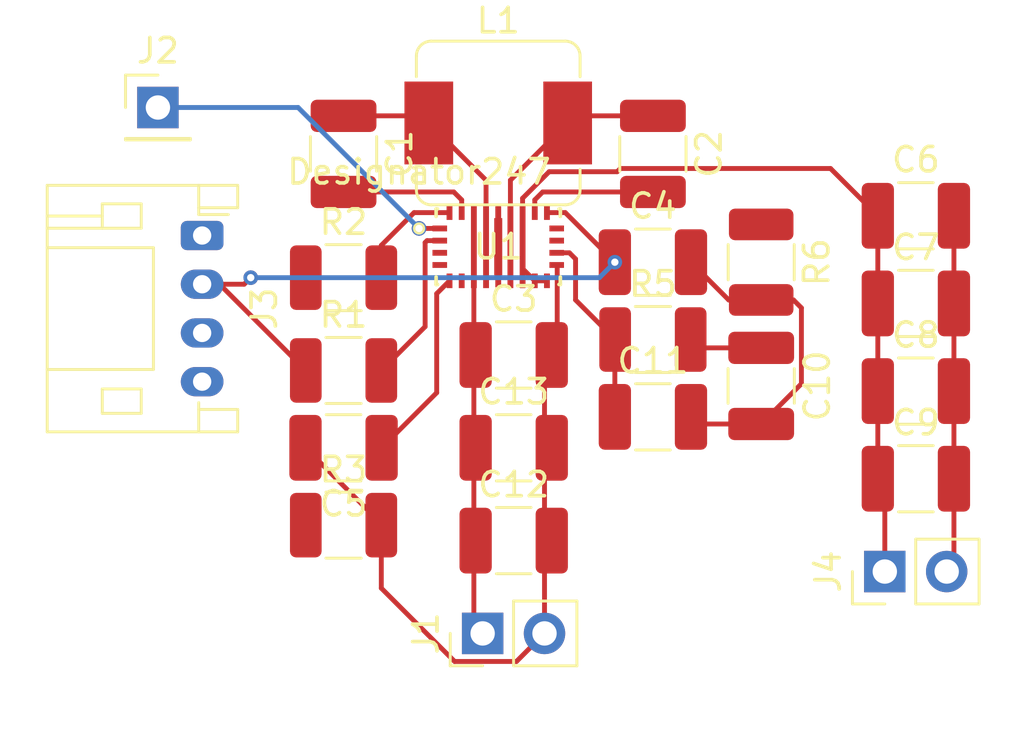
<source format=kicad_pcb>
(kicad_pcb (version 20241229) (generator "pcbnew") (generator_version "9.0")
  (layers (0 "F.Cu" signal) (2 "B.Cu" signal) (13 "F.Paste" user) (15 "B.Paste" user) (5 "F.SilkS" user "F.Silkscreen") (7 "B.SilkS" user "B.Silkscreen") (1 "F.Mask" user) (3 "B.Mask" user) (25 "Edge.Cuts" user))
  (net 0 "")
  (net 1 "/SW1")
  (net 2 "Net-(U1-BOOT1)")
  (net 3 "Net-(U1-BOOT2)")
  (net 4 "/SW2")
  (net 5 "+12V")
  (net 6 "GND")
  (net 7 "+3.3V")
  (net 8 "Net-(U1-DITH_SYNC)")
  (net 9 "/VOUT")
  (net 10 "Net-(C10-Pad1)")
  (net 11 "Net-(U1-COMP)")
  (net 12 "/EN")
  (net 13 "/SDA")
  (net 14 "/SCL")
  (net 15 "Net-(U1-MODE)")
  (net 16 "Net-(U1-EXTVCC)")
  (net 17 "Net-(U1-FSW)")
  (net 18 "Net-(U1-CDC)")
  (footprint "Capacitor_SMD:C_1210_3225Metric_Pad1.33x2.70mm_HandSolder" (layer "F.Cu") (at 154.94 78.105)
    (property "Reference" "C4" (at 0 -2.3 0) (layer "F.SilkS"))
    (property "Value" "22uF")
    (fp_line (start -0.711252 -1.36) (end 0.711252 -1.36) (stroke (width 0.12)) (layer "F.SilkS"))
    (fp_line (start -0.711252 1.36) (end 0.711252 1.36) (stroke (width 0.12)) (layer "F.SilkS"))
    (pad "1" smd roundrect (at -1.5625 0) (size 1.325 2.7) (layers "F.Cu" "F.Mask" "F.Paste") (roundrect_rratio 0.188679) (net 7 "+3.3V"))
    (pad "2" smd roundrect (at 1.5625 0) (size 1.325 2.7) (layers "F.Cu" "F.Mask" "F.Paste") (roundrect_rratio 0.188679) (net 6 "GND"))
  )
  (footprint "Capacitor_SMD:C_1210_3225Metric_Pad1.33x2.70mm_HandSolder" (layer "F.Cu") (at 142.24 85.725 180)
    (property "Reference" "C5" (at 0 -2.3 0) (layer "F.SilkS"))
    (property "Value" "22uF")
    (fp_line (start -0.711252 1.36) (end 0.711252 1.36) (stroke (width 0.12)) (layer "F.SilkS"))
    (fp_line (start -0.711252 -1.36) (end 0.711252 -1.36) (stroke (width 0.12)) (layer "F.SilkS"))
    (pad "1" smd roundrect (at -1.5625 0 180) (size 1.325 2.7) (layers "F.Cu" "F.Mask" "F.Paste") (roundrect_rratio 0.188679) (net 8 "Net-(U1-DITH_SYNC)"))
    (pad "2" smd roundrect (at 1.5625 0 180) (size 1.325 2.7) (layers "F.Cu" "F.Mask" "F.Paste") (roundrect_rratio 0.188679) (net 6 "GND"))
  )
  (footprint "Capacitor_SMD:C_1210_3225Metric_Pad1.33x2.70mm_HandSolder" (layer "F.Cu") (at 165.735 79.798333)
    (property "Reference" "C7" (at 0 -2.3 0) (layer "F.SilkS"))
    (property "Value" "22uF X7R")
    (fp_line (start -0.711252 -1.36) (end 0.711252 -1.36) (stroke (width 0.12)) (layer "F.SilkS"))
    (fp_line (start -0.711252 1.36) (end 0.711252 1.36) (stroke (width 0.12)) (layer "F.SilkS"))
    (pad "1" smd roundrect (at -1.5625 0) (size 1.325 2.7) (layers "F.Cu" "F.Mask" "F.Paste") (roundrect_rratio 0.188679) (net 9 "/VOUT"))
    (pad "2" smd roundrect (at 1.5625 0) (size 1.325 2.7) (layers "F.Cu" "F.Mask" "F.Paste") (roundrect_rratio 0.188679) (net 6 "GND"))
  )
  (footprint "Resistor_SMD:R_1210_3225Metric_Pad1.30x2.65mm_HandSolder" (layer "F.Cu") (at 142.24 88.9)
    (property "Reference" "R3" (at 0 -2.28 0) (layer "F.SilkS"))
    (property "Value" "4.7k")
    (fp_line (start -0.723737 -1.355) (end 0.723737 -1.355) (stroke (width 0.12)) (layer "F.SilkS"))
    (fp_line (start -0.723737 1.355) (end 0.723737 1.355) (stroke (width 0.12)) (layer "F.SilkS"))
    (pad "1" smd roundrect (at -1.55 0) (size 1.3 2.65) (layers "F.Cu" "F.Mask" "F.Paste") (roundrect_rratio 0.192308) (net 17 "Net-(U1-FSW)"))
    (pad "2" smd roundrect (at 1.55 0) (size 1.3 2.65) (layers "F.Cu" "F.Mask" "F.Paste") (roundrect_rratio 0.192308) (net 6 "GND"))
  )
  (footprint "Capacitor_SMD:C_1210_3225Metric_Pad1.33x2.70mm_HandSolder" (layer "F.Cu") (at 159.385 83.185 -90)
    (property "Reference" "C10" (at 0 -2.3 90) (layer "F.SilkS"))
    (property "Value" "22uF")
    (fp_line (start -0.711252 1.36) (end 0.711252 1.36) (stroke (width 0.12)) (layer "F.SilkS"))
    (fp_line (start -0.711252 -1.36) (end 0.711252 -1.36) (stroke (width 0.12)) (layer "F.SilkS"))
    (pad "1" smd roundrect (at -1.5625 0 270) (size 1.325 2.7) (layers "F.Cu" "F.Mask" "F.Paste") (roundrect_rratio 0.188679) (net 10 "Net-(C10-Pad1)"))
    (pad "2" smd roundrect (at 1.5625 0 270) (size 1.325 2.7) (layers "F.Cu" "F.Mask" "F.Paste") (roundrect_rratio 0.188679) (net 6 "GND"))
  )
  (footprint "Connector_PinHeader_2.54mm:PinHeader_1x02_P2.54mm_Vertical" (layer "F.Cu") (at 147.95 93.345 90)
    (property "Reference" "J1" (at 0 -2.33 90) (layer "F.SilkS"))
    (property "Value" "Conn_01x02")
    (fp_line (start -1.33 -1.33) (end 0 -1.33) (stroke (width 0.12)) (layer "F.SilkS"))
    (fp_line (start -1.33 0) (end -1.33 -1.33) (stroke (width 0.12)) (layer "F.SilkS"))
    (fp_line (start 1.33 1.27) (end 1.33 3.87) (stroke (width 0.12)) (layer "F.SilkS"))
    (fp_line (start -1.33 1.27) (end 1.33 1.27) (stroke (width 0.12)) (layer "F.SilkS"))
    (fp_line (start -1.33 1.27) (end -1.33 3.87) (stroke (width 0.12)) (layer "F.SilkS"))
    (fp_line (start -1.33 3.87) (end 1.33 3.87) (stroke (width 0.12)) (layer "F.SilkS"))
    (pad "1" thru_hole rect (at 0 0 90) (size 1.7 1.7) (drill 1) (layers "*.Cu" "*.Mask") (net 5 "+12V"))
    (pad "2" thru_hole oval (at 0 2.54 90) (size 1.7 1.7) (drill 1) (layers "*.Cu" "*.Mask") (net 6 "GND"))
  )
  (footprint "Resistor_SMD:R_1210_3225Metric_Pad1.30x2.65mm_HandSolder" (layer "F.Cu") (at 142.24 82.55)
    (property "Reference" "R1" (at 0 -2.28 0) (layer "F.SilkS"))
    (property "Value" "4.7k")
    (fp_line (start -0.723737 -1.355) (end 0.723737 -1.355) (stroke (width 0.12)) (layer "F.SilkS"))
    (fp_line (start -0.723737 1.355) (end 0.723737 1.355) (stroke (width 0.12)) (layer "F.SilkS"))
    (pad "1" smd roundrect (at -1.55 0) (size 1.3 2.65) (layers "F.Cu" "F.Mask" "F.Paste") (roundrect_rratio 0.192308) (net 7 "+3.3V"))
    (pad "2" smd roundrect (at 1.55 0) (size 1.3 2.65) (layers "F.Cu" "F.Mask" "F.Paste") (roundrect_rratio 0.192308) (net 15 "Net-(U1-MODE)"))
  )
  (footprint "Connector_PinHeader_2.54mm:PinHeader_1x02_P2.54mm_Vertical" (layer "F.Cu") (at 164.46 90.805 90)
    (property "Reference" "J4" (at 0 -2.33 90) (layer "F.SilkS"))
    (property "Value" "Conn_01x02")
    (fp_line (start -1.33 -1.33) (end 0 -1.33) (stroke (width 0.12)) (layer "F.SilkS"))
    (fp_line (start -1.33 0) (end -1.33 -1.33) (stroke (width 0.12)) (layer "F.SilkS"))
    (fp_line (start 1.33 1.27) (end 1.33 3.87) (stroke (width 0.12)) (layer "F.SilkS"))
    (fp_line (start -1.33 1.27) (end 1.33 1.27) (stroke (width 0.12)) (layer "F.SilkS"))
    (fp_line (start -1.33 1.27) (end -1.33 3.87) (stroke (width 0.12)) (layer "F.SilkS"))
    (fp_line (start -1.33 3.87) (end 1.33 3.87) (stroke (width 0.12)) (layer "F.SilkS"))
    (pad "1" thru_hole rect (at 0 0 90) (size 1.7 1.7) (drill 1) (layers "*.Cu" "*.Mask") (net 9 "/VOUT"))
    (pad "2" thru_hole oval (at 0 2.54 90) (size 1.7 1.7) (drill 1) (layers "*.Cu" "*.Mask") (net 6 "GND"))
  )
  (footprint "Capacitor_SMD:C_1210_3225Metric_Pad1.33x2.70mm_HandSolder" (layer "F.Cu") (at 154.94 84.455)
    (property "Reference" "C11" (at 0 -2.3 0) (layer "F.SilkS"))
    (property "Value" "22uF")
    (fp_line (start -0.711252 -1.36) (end 0.711252 -1.36) (stroke (width 0.12)) (layer "F.SilkS"))
    (fp_line (start -0.711252 1.36) (end 0.711252 1.36) (stroke (width 0.12)) (layer "F.SilkS"))
    (pad "1" smd roundrect (at -1.5625 0) (size 1.325 2.7) (layers "F.Cu" "F.Mask" "F.Paste") (roundrect_rratio 0.188679) (net 11 "Net-(U1-COMP)"))
    (pad "2" smd roundrect (at 1.5625 0) (size 1.325 2.7) (layers "F.Cu" "F.Mask" "F.Paste") (roundrect_rratio 0.188679) (net 6 "GND"))
  )
  (footprint "TPS55289:RYQ0021A-MFG" (layer "F.Cu") (at 148.59 77.47)
    (property "Reference" "U1" (at 0 0 0) (layer "F.SilkS"))
    (property "Value" "TPS55289RYQR")
    (fp_poly (pts (xy -0.165001 1.174999) (xy -0.165001 -1.174999) (xy -0.12 -1.174999) (xy -0.12 -1.649999) (xy -0.07 -1.699999) (xy 0.07 -1.699999) (xy 0.12 -1.649999) (xy 0.12 -1.174999) (xy 0.165001 -1.174999) (xy 0.165001 1.174999) (xy 0.12 1.174999) (xy 0.12 1.649999) (xy 0.07 1.699999) (xy -0.07 1.699999) (xy -0.12 1.649999) (xy -0.12 1.174999)) (fill yes) (layer "F.Cu"))
    (fp_line (start -2.55 -1.549999) (end -2.494999 -1.549999) (stroke (width 0.15)) (layer "F.SilkS"))
    (fp_line (start -2.55 -1.244999) (end -2.55 -1.549999) (stroke (width 0.15)) (layer "F.SilkS"))
    (fp_line (start -2.55 1.549999) (end -2.55 1.244999) (stroke (width 0.15)) (layer "F.SilkS"))
    (fp_line (start -2.55 1.549999) (end -2.494999 1.549999) (stroke (width 0.15)) (layer "F.SilkS"))
    (fp_line (start 2.494999 -1.549999) (end 2.55 -1.549999) (stroke (width 0.15)) (layer "F.SilkS"))
    (fp_line (start 2.494999 1.549999) (end 2.55 1.549999) (stroke (width 0.15)) (layer "F.SilkS"))
    (fp_line (start 2.55 -1.244999) (end 2.55 -1.549999) (stroke (width 0.15)) (layer "F.SilkS"))
    (fp_line (start 2.55 1.549999) (end 2.55 1.244999) (stroke (width 0.15)) (layer "F.SilkS"))
    (fp_circle (center -3.250001 -0.750001) (end -3.125 -0.750001) (stroke (width 0.25)) (fill no) (layer "F.SilkS"))
    (fp_text user "Designator247" (at -3.251195 -3.07341 0) (layer "F.SilkS"))
    (pad "1" smd rect (at -2.4 -0.750001 90) (size 0.24 0.599999) (layers "F.Cu" "F.Mask" "F.Paste") (net 12 "/EN"))
    (pad "2" smd rect (at -2.4 -0.25 90) (size 0.24 0.599999) (layers "F.Cu" "F.Mask" "F.Paste") (net 15 "Net-(U1-MODE)"))
    (pad "3" smd rect (at -2.4 0.25 90) (size 0.24 0.599999) (layers "F.Cu" "F.Mask" "F.Paste") (net 14 "/SCL"))
    (pad "4" smd rect (at -2.4 0.750001 90) (size 0.24 0.599999) (layers "F.Cu" "F.Mask" "F.Paste") (net 13 "/SDA"))
    (pad "5" smd rect (at -2.000001 1.4) (size 0.24 0.599999) (layers "F.Cu" "F.Mask" "F.Paste") (net 8 "Net-(U1-DITH_SYNC)"))
    (pad "6" smd rect (at -1.5 1.4) (size 0.24 0.599999) (layers "F.Cu" "F.Mask" "F.Paste") (net 17 "Net-(U1-FSW)"))
    (pad "7" smd rect (at -1.000001 0) (size 0.24 3.400001) (layers "F.Cu" "F.Mask") (net 5 "+12V"))
    (pad "8" smd rect (at -0.499999 0) (size 0.24 3.400001) (layers "F.Cu" "F.Mask") (net 1 "/SW1"))
    (pad "9" smd circle (at 0 0) (size 0.297 0.297) (layers "F.Cu" "F.Mask") (net 6 "GND"))
    (pad "10" smd rect (at 0.499999 0) (size 0.24 3.400001) (layers "F.Cu" "F.Mask") (net 4 "/SW2"))
    (pad "11" smd rect (at 1.000001 0) (size 0.24 3.400001) (layers "F.Cu" "F.Mask") (net 9 "/VOUT"))
    (pad "12" smd rect (at 1.5 1.4) (size 0.24 0.599999) (layers "F.Cu" "F.Mask" "F.Paste") (net 9 "/VOUT"))
    (pad "13" smd rect (at 2.000001 1.4) (size 0.24 0.599999) (layers "F.Cu" "F.Mask" "F.Paste") (net 9 "/VOUT"))
    (pad "14" smd rect (at 2.4 0.750001 90) (size 0.24 0.599999) (layers "F.Cu" "F.Mask" "F.Paste") (net 6 "GND"))
    (pad "15" smd rect (at 2.4 0.25 90) (size 0.24 0.599999) (layers "F.Cu" "F.Mask" "F.Paste") (net 11 "Net-(U1-COMP)"))
    (pad "16" smd rect (at 2.4 -0.25 90) (size 0.24 0.599999) (layers "F.Cu" "F.Mask" "F.Paste") (net 18 "Net-(U1-CDC)"))
    (pad "17" smd rect (at 2.4 -0.750001 90) (size 0.24 0.599999) (layers "F.Cu" "F.Mask" "F.Paste") (net 6 "GND"))
    (pad "18" smd rect (at 2.000001 -1.4) (size 0.24 0.599999) (layers "F.Cu" "F.Mask" "F.Paste") (net 7 "+3.3V"))
    (pad "19" smd rect (at 1.5 -1.4) (size 0.24 0.599999) (layers "F.Cu" "F.Mask" "F.Paste") (net 3 "Net-(U1-BOOT2)"))
    (pad "20" smd rect (at -1.5 -1.4) (size 0.24 0.599999) (layers "F.Cu" "F.Mask" "F.Paste") (net 2 "Net-(U1-BOOT1)"))
    (pad "21" smd rect (at -2.000001 -1.4) (size 0.24 0.599999) (layers "F.Cu" "F.Mask" "F.Paste") (net 16 "Net-(U1-EXTVCC)"))
  )
  (footprint "Capacitor_SMD:C_1210_3225Metric_Pad1.33x2.70mm_HandSolder" (layer "F.Cu") (at 165.735 83.396667)
    (property "Reference" "C8" (at 0 -2.3 0) (layer "F.SilkS"))
    (property "Value" "22uF X7R")
    (fp_line (start -0.711252 -1.36) (end 0.711252 -1.36) (stroke (width 0.12)) (layer "F.SilkS"))
    (fp_line (start -0.711252 1.36) (end 0.711252 1.36) (stroke (width 0.12)) (layer "F.SilkS"))
    (pad "1" smd roundrect (at -1.5625 0) (size 1.325 2.7) (layers "F.Cu" "F.Mask" "F.Paste") (roundrect_rratio 0.188679) (net 9 "/VOUT"))
    (pad "2" smd roundrect (at 1.5625 0) (size 1.325 2.7) (layers "F.Cu" "F.Mask" "F.Paste") (roundrect_rratio 0.188679) (net 6 "GND"))
  )
  (footprint "Resistor_SMD:R_1210_3225Metric_Pad1.30x2.65mm_HandSolder" (layer "F.Cu") (at 142.24 78.74)
    (property "Reference" "R2" (at 0 -2.28 0) (layer "F.SilkS"))
    (property "Value" "4.7k")
    (fp_line (start -0.723737 -1.355) (end 0.723737 -1.355) (stroke (width 0.12)) (layer "F.SilkS"))
    (fp_line (start -0.723737 1.355) (end 0.723737 1.355) (stroke (width 0.12)) (layer "F.SilkS"))
    (pad "1" smd roundrect (at -1.55 0) (size 1.3 2.65) (layers "F.Cu" "F.Mask" "F.Paste") (roundrect_rratio 0.192308) (net 6 "GND"))
    (pad "2" smd roundrect (at 1.55 0) (size 1.3 2.65) (layers "F.Cu" "F.Mask" "F.Paste") (roundrect_rratio 0.192308) (net 16 "Net-(U1-EXTVCC)"))
  )
  (footprint "Capacitor_SMD:C_1210_3225Metric_Pad1.33x2.70mm_HandSolder" (layer "F.Cu") (at 149.225 81.915)
    (property "Reference" "C3" (at 0 -2.3 0) (layer "F.SilkS"))
    (property "Value" "22uF X7R")
    (fp_line (start -0.711252 -1.36) (end 0.711252 -1.36) (stroke (width 0.12)) (layer "F.SilkS"))
    (fp_line (start -0.711252 1.36) (end 0.711252 1.36) (stroke (width 0.12)) (layer "F.SilkS"))
    (pad "1" smd roundrect (at -1.5625 0) (size 1.325 2.7) (layers "F.Cu" "F.Mask" "F.Paste") (roundrect_rratio 0.188679) (net 5 "+12V"))
    (pad "2" smd roundrect (at 1.5625 0) (size 1.325 2.7) (layers "F.Cu" "F.Mask" "F.Paste") (roundrect_rratio 0.188679) (net 6 "GND"))
  )
  (footprint "Inductor_SMD:L_Sumida_CDMC6D28_7.25x6.5mm" (layer "F.Cu") (at 148.59 72.39)
    (property "Reference" "L1" (at 0 -4.2 0) (layer "F.SilkS"))
    (property "Value" "3.3uH")
    (fp_line (start -3.36 -1.9) (end -3.36 -2.75) (stroke (width 0.12)) (layer "F.SilkS"))
    (fp_line (start -3.36 2.75) (end -3.36 1.9) (stroke (width 0.12)) (layer "F.SilkS"))
    (fp_line (start -2.75 -3.36) (end 2.75 -3.36) (stroke (width 0.12)) (layer "F.SilkS"))
    (fp_line (start 2.75 3.36) (end -2.75 3.36) (stroke (width 0.12)) (layer "F.SilkS"))
    (fp_line (start 3.36 -2.75) (end 3.36 -1.9) (stroke (width 0.12)) (layer "F.SilkS"))
    (fp_line (start 3.36 1.9) (end 3.36 2.75) (stroke (width 0.12)) (layer "F.SilkS"))
    (fp_arc (start -3.36 -2.75) (mid -3.181335 -3.181335) (end -2.75 -3.36) (stroke (width 0.12)) (layer "F.SilkS"))
    (fp_arc (start -2.75 3.36) (mid -3.181335 3.181335) (end -3.36 2.75) (stroke (width 0.12)) (layer "F.SilkS"))
    (fp_arc (start 2.75 -3.36) (mid 3.181335 -3.181335) (end 3.36 -2.75) (stroke (width 0.12)) (layer "F.SilkS"))
    (fp_arc (start 3.36 2.75) (mid 3.181335 3.181335) (end 2.75 3.36) (stroke (width 0.12)) (layer "F.SilkS"))
    (pad "1" smd rect (at -2.85 0) (size 2 3.4) (layers "F.Cu" "F.Mask" "F.Paste") (net 1 "/SW1"))
    (pad "2" smd rect (at 2.85 0) (size 2 3.4) (layers "F.Cu" "F.Mask" "F.Paste") (net 4 "/SW2"))
  )
  (footprint "Connector_PinHeader_2.54mm:PinHeader_1x01_P2.54mm_Vertical" (layer "F.Cu") (at 134.62 71.755)
    (property "Reference" "J2" (at 0 -2.33 0) (layer "F.SilkS"))
    (property "Value" "Conn_01x01")
    (fp_line (start -1.33 -1.33) (end 0 -1.33) (stroke (width 0.12)) (layer "F.SilkS"))
    (fp_line (start -1.33 0) (end -1.33 -1.33) (stroke (width 0.12)) (layer "F.SilkS"))
    (fp_line (start -1.33 1.27) (end -1.33 1.33) (stroke (width 0.12)) (layer "F.SilkS"))
    (fp_line (start -1.33 1.27) (end 1.33 1.27) (stroke (width 0.12)) (layer "F.SilkS"))
    (fp_line (start -1.33 1.33) (end 1.33 1.33) (stroke (width 0.12)) (layer "F.SilkS"))
    (fp_line (start 1.33 1.27) (end 1.33 1.33) (stroke (width 0.12)) (layer "F.SilkS"))
    (pad "1" thru_hole rect (at 0 0) (size 1.7 1.7) (drill 1) (layers "*.Cu" "*.Mask") (net 12 "/EN"))
  )
  (footprint "Capacitor_SMD:C_1210_3225Metric_Pad1.33x2.70mm_HandSolder" (layer "F.Cu") (at 142.24 73.66 -90)
    (property "Reference" "C1" (at 0 -2.3 90) (layer "F.SilkS"))
    (property "Value" "22uF")
    (fp_line (start -0.711252 1.36) (end 0.711252 1.36) (stroke (width 0.12)) (layer "F.SilkS"))
    (fp_line (start -0.711252 -1.36) (end 0.711252 -1.36) (stroke (width 0.12)) (layer "F.SilkS"))
    (pad "1" smd roundrect (at -1.5625 0 270) (size 1.325 2.7) (layers "F.Cu" "F.Mask" "F.Paste") (roundrect_rratio 0.188679) (net 1 "/SW1"))
    (pad "2" smd roundrect (at 1.5625 0 270) (size 1.325 2.7) (layers "F.Cu" "F.Mask" "F.Paste") (roundrect_rratio 0.188679) (net 2 "Net-(U1-BOOT1)"))
  )
  (footprint "Capacitor_SMD:C_1210_3225Metric_Pad1.33x2.70mm_HandSolder" (layer "F.Cu") (at 154.94 73.66 -90)
    (property "Reference" "C2" (at 0 -2.3 90) (layer "F.SilkS"))
    (property "Value" "22uF")
    (fp_line (start -0.711252 1.36) (end 0.711252 1.36) (stroke (width 0.12)) (layer "F.SilkS"))
    (fp_line (start -0.711252 -1.36) (end 0.711252 -1.36) (stroke (width 0.12)) (layer "F.SilkS"))
    (pad "1" smd roundrect (at -1.5625 0 270) (size 1.325 2.7) (layers "F.Cu" "F.Mask" "F.Paste") (roundrect_rratio 0.188679) (net 4 "/SW2"))
    (pad "2" smd roundrect (at 1.5625 0 270) (size 1.325 2.7) (layers "F.Cu" "F.Mask" "F.Paste") (roundrect_rratio 0.188679) (net 3 "Net-(U1-BOOT2)"))
  )
  (footprint "Capacitor_SMD:C_1210_3225Metric_Pad1.33x2.70mm_HandSolder" (layer "F.Cu") (at 165.735 76.2)
    (property "Reference" "C6" (at 0 -2.3 0) (layer "F.SilkS"))
    (property "Value" "22uF X7R")
    (fp_line (start -0.711252 -1.36) (end 0.711252 -1.36) (stroke (width 0.12)) (layer "F.SilkS"))
    (fp_line (start -0.711252 1.36) (end 0.711252 1.36) (stroke (width 0.12)) (layer "F.SilkS"))
    (pad "1" smd roundrect (at -1.5625 0) (size 1.325 2.7) (layers "F.Cu" "F.Mask" "F.Paste") (roundrect_rratio 0.188679) (net 9 "/VOUT"))
    (pad "2" smd roundrect (at 1.5625 0) (size 1.325 2.7) (layers "F.Cu" "F.Mask" "F.Paste") (roundrect_rratio 0.188679) (net 6 "GND"))
  )
  (footprint "Resistor_SMD:R_1210_3225Metric_Pad1.30x2.65mm_HandSolder" (layer "F.Cu") (at 159.385 78.105 -90)
    (property "Reference" "R6" (at 0 -2.28 90) (layer "F.SilkS"))
    (property "Value" "4.7k")
    (fp_line (start -0.723737 1.355) (end 0.723737 1.355) (stroke (width 0.12)) (layer "F.SilkS"))
    (fp_line (start -0.723737 -1.355) (end 0.723737 -1.355) (stroke (width 0.12)) (layer "F.SilkS"))
    (pad "1" smd roundrect (at -1.55 0 270) (size 1.3 2.65) (layers "F.Cu" "F.Mask" "F.Paste") (roundrect_rratio 0.192308) (net 18 "Net-(U1-CDC)"))
    (pad "2" smd roundrect (at 1.55 0 270) (size 1.3 2.65) (layers "F.Cu" "F.Mask" "F.Paste") (roundrect_rratio 0.192308) (net 6 "GND"))
  )
  (footprint "Capacitor_SMD:C_1210_3225Metric_Pad1.33x2.70mm_HandSolder" (layer "F.Cu") (at 165.735 86.995)
    (property "Reference" "C9" (at 0 -2.3 0) (layer "F.SilkS"))
    (property "Value" "22uF X7R")
    (fp_line (start -0.711252 -1.36) (end 0.711252 -1.36) (stroke (width 0.12)) (layer "F.SilkS"))
    (fp_line (start -0.711252 1.36) (end 0.711252 1.36) (stroke (width 0.12)) (layer "F.SilkS"))
    (pad "1" smd roundrect (at -1.5625 0) (size 1.325 2.7) (layers "F.Cu" "F.Mask" "F.Paste") (roundrect_rratio 0.188679) (net 9 "/VOUT"))
    (pad "2" smd roundrect (at 1.5625 0) (size 1.325 2.7) (layers "F.Cu" "F.Mask" "F.Paste") (roundrect_rratio 0.188679) (net 6 "GND"))
  )
  (footprint "Capacitor_SMD:C_1210_3225Metric_Pad1.33x2.70mm_HandSolder" (layer "F.Cu") (at 149.225 89.535)
    (property "Reference" "C12" (at 0 -2.3 0) (layer "F.SilkS"))
    (property "Value" "22uF X7R")
    (fp_line (start -0.711252 -1.36) (end 0.711252 -1.36) (stroke (width 0.12)) (layer "F.SilkS"))
    (fp_line (start -0.711252 1.36) (end 0.711252 1.36) (stroke (width 0.12)) (layer "F.SilkS"))
    (pad "1" smd roundrect (at -1.5625 0) (size 1.325 2.7) (layers "F.Cu" "F.Mask" "F.Paste") (roundrect_rratio 0.188679) (net 5 "+12V"))
    (pad "2" smd roundrect (at 1.5625 0) (size 1.325 2.7) (layers "F.Cu" "F.Mask" "F.Paste") (roundrect_rratio 0.188679) (net 6 "GND"))
  )
  (footprint "Resistor_SMD:R_1210_3225Metric_Pad1.30x2.65mm_HandSolder" (layer "F.Cu") (at 154.94 81.28)
    (property "Reference" "R5" (at 0 -2.28 0) (layer "F.SilkS"))
    (property "Value" "4.7k")
    (fp_line (start -0.723737 -1.355) (end 0.723737 -1.355) (stroke (width 0.12)) (layer "F.SilkS"))
    (fp_line (start -0.723737 1.355) (end 0.723737 1.355) (stroke (width 0.12)) (layer "F.SilkS"))
    (pad "1" smd roundrect (at -1.55 0) (size 1.3 2.65) (layers "F.Cu" "F.Mask" "F.Paste") (roundrect_rratio 0.192308) (net 11 "Net-(U1-COMP)"))
    (pad "2" smd roundrect (at 1.55 0) (size 1.3 2.65) (layers "F.Cu" "F.Mask" "F.Paste") (roundrect_rratio 0.192308) (net 10 "Net-(C10-Pad1)"))
  )
  (footprint "Capacitor_SMD:C_1210_3225Metric_Pad1.33x2.70mm_HandSolder" (layer "F.Cu") (at 149.225 85.725)
    (property "Reference" "C13" (at 0 -2.3 0) (layer "F.SilkS"))
    (property "Value" "22uF X7R")
    (fp_line (start -0.711252 -1.36) (end 0.711252 -1.36) (stroke (width 0.12)) (layer "F.SilkS"))
    (fp_line (start -0.711252 1.36) (end 0.711252 1.36) (stroke (width 0.12)) (layer "F.SilkS"))
    (pad "1" smd roundrect (at -1.5625 0) (size 1.325 2.7) (layers "F.Cu" "F.Mask" "F.Paste") (roundrect_rratio 0.188679) (net 5 "+12V"))
    (pad "2" smd roundrect (at 1.5625 0) (size 1.325 2.7) (layers "F.Cu" "F.Mask" "F.Paste") (roundrect_rratio 0.188679) (net 6 "GND"))
  )
  (footprint "Connector_JST:JST_PH_S4B-PH-K_1x04_P2.00mm_Horizontal" (layer "F.Cu") (at 136.435 77.01 -90)
    (property "Reference" "J3" (at 3 -2.55 90) (layer "F.SilkS"))
    (property "Value" "QWIIC")
    (fp_line (start -2.06 6.36) (end 8.06 6.36) (stroke (width 0.12)) (layer "F.SilkS"))
    (fp_line (start 0.5 6.36) (end 0.5 2) (stroke (width 0.12)) (layer "F.SilkS"))
    (fp_line (start 8.06 6.36) (end 8.06 -1.46) (stroke (width 0.12)) (layer "F.SilkS"))
    (fp_line (start -1.3 4.1) (end -0.3 4.1) (stroke (width 0.12)) (layer "F.SilkS"))
    (fp_line (start -0.8 4.1) (end -0.8 6.36) (stroke (width 0.12)) (layer "F.SilkS"))
    (fp_line (start -0.3 4.1) (end -0.3 6.36) (stroke (width 0.12)) (layer "F.SilkS"))
    (fp_line (start -0.3 4.1) (end -0.3 2.5) (stroke (width 0.12)) (layer "F.SilkS"))
    (fp_line (start 6.3 4.1) (end 6.3 2.5) (stroke (width 0.12)) (layer "F.SilkS"))
    (fp_line (start 7.3 4.1) (end 6.3 4.1) (stroke (width 0.12)) (layer "F.SilkS"))
    (fp_line (start -1.3 2.5) (end -1.3 4.1) (stroke (width 0.12)) (layer "F.SilkS"))
    (fp_line (start -0.3 2.5) (end -1.3 2.5) (stroke (width 0.12)) (layer "F.SilkS"))
    (fp_line (start 6.3 2.5) (end 7.3 2.5) (stroke (width 0.12)) (layer "F.SilkS"))
    (fp_line (start 7.3 2.5) (end 7.3 4.1) (stroke (width 0.12)) (layer "F.SilkS"))
    (fp_line (start 0.5 2) (end 5.5 2) (stroke (width 0.12)) (layer "F.SilkS"))
    (fp_line (start 5.5 2) (end 5.5 6.36) (stroke (width 0.12)) (layer "F.SilkS"))
    (fp_line (start -2.06 0.14) (end -1.14 0.14) (stroke (width 0.12)) (layer "F.SilkS"))
    (fp_line (start -1.14 0.14) (end -1.14 -1.46) (stroke (width 0.12)) (layer "F.SilkS"))
    (fp_line (start -0.86 0.14) (end -1.14 0.14) (stroke (width 0.12)) (layer "F.SilkS"))
    (fp_line (start -0.86 0.14) (end -0.86 -1.075) (stroke (width 0.12)) (layer "F.SilkS"))
    (fp_line (start 7.14 0.14) (end 6.86 0.14) (stroke (width 0.12)) (layer "F.SilkS"))
    (fp_line (start 8.06 0.14) (end 7.14 0.14) (stroke (width 0.12)) (layer "F.SilkS"))
    (fp_line (start -2.06 -1.46) (end -2.06 6.36) (stroke (width 0.12)) (layer "F.SilkS"))
    (fp_line (start -1.14 -1.46) (end -2.06 -1.46) (stroke (width 0.12)) (layer "F.SilkS"))
    (fp_line (start 7.14 -1.46) (end 7.14 0.14) (stroke (width 0.12)) (layer "F.SilkS"))
    (fp_line (start 8.06 -1.46) (end 7.14 -1.46) (stroke (width 0.12)) (layer "F.SilkS"))
    (pad "1" thru_hole roundrect (at 0 0 270) (size 1.2 1.75) (drill 0.75) (layers "*.Cu" "*.Mask") (roundrect_rratio 0.208333) (net 6 "GND"))
    (pad "2" thru_hole oval (at 2 0 270) (size 1.2 1.75) (drill 0.75) (layers "*.Cu" "*.Mask") (net 7 "+3.3V"))
    (pad "3" thru_hole oval (at 4 0 270) (size 1.2 1.75) (drill 0.75) (layers "*.Cu" "*.Mask") (net 13 "/SDA"))
    (pad "4" thru_hole oval (at 6 0 270) (size 1.2 1.75) (drill 0.75) (layers "*.Cu" "*.Mask") (net 14 "/SCL"))
  )
  (segment (start 148.090001 77.47) (end 148.090001 74.740001) (width 0.2) (layer "F.Cu") (net 1))
  (segment (start 148.090001 74.740001) (end 145.74 72.39) (width 0.2) (layer "F.Cu") (net 1))
  (segment (start 145.4475 72.0975) (end 145.74 72.39) (width 0.2) (layer "F.Cu") (net 1))
  (segment (start 142.24 72.0975) (end 145.4475 72.0975) (width 0.2) (layer "F.Cu") (net 1))
  (segment (start 146.764498 75.2225) (end 142.24 75.2225) (width 0.2) (layer "F.Cu") (net 2))
  (segment (start 147.09 76.07) (end 147.09 75.548002) (width 0.2) (layer "F.Cu") (net 2))
  (segment (start 147.09 75.548002) (end 146.764498 75.2225) (width 0.2) (layer "F.Cu") (net 2))
  (segment (start 150.09 75.548002) (end 150.09 76.07) (width 0.2) (layer "F.Cu") (net 3))
  (segment (start 154.94 75.2225) (end 150.415502 75.2225) (width 0.2) (layer "F.Cu") (net 3))
  (segment (start 150.415502 75.2225) (end 150.09 75.548002) (width 0.2) (layer "F.Cu") (net 3))
  (segment (start 151.7325 72.0975) (end 151.44 72.39) (width 0.2) (layer "F.Cu") (net 4))
  (segment (start 149.089999 77.47) (end 149.089999 74.740001) (width 0.2) (layer "F.Cu") (net 4))
  (segment (start 149.089999 74.740001) (end 151.44 72.39) (width 0.2) (layer "F.Cu") (net 4))
  (segment (start 154.94 72.0975) (end 151.7325 72.0975) (width 0.2) (layer "F.Cu") (net 4))
  (segment (start 147.95 93.345) (end 147.589999 92.984999) (width 0.2) (layer "F.Cu") (net 5))
  (segment (start 147.589999 92.984999) (end 147.589999 77.47) (width 0.2) (layer "F.Cu") (net 5))
  (segment (start 167.2975 76.2) (end 167.2975 86.995) (width 0.2) (layer "F.Cu") (net 6))
  (segment (start 143.79 91.487) (end 146.799 94.496) (width 0.2) (layer "F.Cu") (net 6))
  (segment (start 158.0525 79.655) (end 156.5025 78.105) (width 0.2) (layer "F.Cu") (net 6))
  (segment (start 160.71 79.655) (end 159.385 79.655) (width 0.2) (layer "F.Cu") (net 6))
  (segment (start 143.79 88.8375) (end 143.79 88.9) (width 0.2) (layer "F.Cu") (net 6))
  (segment (start 150.49 82.2125) (end 150.7875 81.915) (width 0.2) (layer "F.Cu") (net 6))
  (segment (start 156.795 84.7475) (end 156.5025 84.455) (width 0.2) (layer "F.Cu") (net 6))
  (segment (start 151.011001 81.691499) (end 150.7875 81.915) (width 0.2) (layer "F.Cu") (net 6))
  (segment (start 150.99 78.220001) (end 151.011001 78.241002) (width 0.2) (layer "F.Cu") (net 6))
  (segment (start 161.036 79.981) (end 160.71 79.655) (width 0.2) (layer "F.Cu") (net 6))
  (segment (start 159.385 84.7475) (end 161.036 83.0965) (width 0.2) (layer "F.Cu") (net 6))
  (segment (start 140.6775 85.725) (end 143.79 88.8375) (width 0.2) (layer "F.Cu") (net 6))
  (segment (start 146.799 94.496) (end 149.339 94.496) (width 0.2) (layer "F.Cu") (net 6))
  (segment (start 143.79 88.9) (end 143.79 91.487) (width 0.2) (layer "F.Cu") (net 6))
  (segment (start 151.011001 78.241002) (end 151.011001 81.691499) (width 0.2) (layer "F.Cu") (net 6))
  (segment (start 167.2975 86.995) (end 167.2975 90.5075) (width 0.2) (layer "F.Cu") (net 6))
  (segment (start 167.2975 90.5075) (end 167 90.805) (width 0.2) (layer "F.Cu") (net 6))
  (segment (start 159.385 84.7475) (end 156.795 84.7475) (width 0.2) (layer "F.Cu") (net 6))
  (segment (start 149.339 94.496) (end 150.49 93.345) (width 0.2) (layer "F.Cu") (net 6))
  (segment (start 161.036 83.0965) (end 161.036 79.981) (width 0.2) (layer "F.Cu") (net 6))
  (segment (start 150.49 93.345) (end 150.49 82.2125) (width 0.2) (layer "F.Cu") (net 6))
  (segment (start 159.385 79.655) (end 158.0525 79.655) (width 0.2) (layer "F.Cu") (net 6))
  (segment (start 151.3425 76.07) (end 150.590001 76.07) (width 0.2) (layer "F.Cu") (net 7))
  (segment (start 136.435 79.01) (end 138.16 79.01) (width 0.2) (layer "F.Cu") (net 7))
  (segment (start 136.435 79.01) (end 137.15 79.01) (width 0.2) (layer "F.Cu") (net 7))
  (segment (start 153.3775 78.105) (end 151.3425 76.07) (width 0.2) (layer "F.Cu") (net 7))
  (segment (start 137.15 79.01) (end 140.69 82.55) (width 0.2) (layer "F.Cu") (net 7))
  (segment (start 138.16 79.01) (end 138.43 78.74) (width 0.2) (layer "F.Cu") (net 7))
  (via (at 138.43 78.74) (size 0.6) (drill 0.3) (layers "F.Cu" "B.Cu") (net 7))
  (via (at 153.3775 78.105) (size 0.6) (drill 0.3) (layers "F.Cu" "B.Cu") (net 7))
  (segment (start 152.7425 78.74) (end 153.3775 78.105) (width 0.2) (layer "B.Cu") (net 7))
  (segment (start 138.43 78.74) (end 152.7425 78.74) (width 0.2) (layer "B.Cu") (net 7))
  (segment (start 146.064 79.395999) (end 146.589999 78.87) (width 0.2) (layer "F.Cu") (net 8))
  (segment (start 143.8025 85.725) (end 146.064 83.4635) (width 0.2) (layer "F.Cu") (net 8))
  (segment (start 146.064 83.4635) (end 146.064 79.395999) (width 0.2) (layer "F.Cu") (net 8))
  (segment (start 164.46 87.625) (end 164.46 90.805) (width 0.2) (layer "F.Cu") (net 9))
  (segment (start 162.2315 74.259) (end 164.1725 76.2) (width 0.2) (layer "F.Cu") (net 9))
  (segment (start 153.60484 74.259) (end 162.2315 74.259) (width 0.2) (layer "F.Cu") (net 9))
  (segment (start 149.590001 78.370001) (end 150.09 78.87) (width 0.2) (layer "F.Cu") (net 9))
  (segment (start 150.679902 74.391) (end 153.47284 74.391) (width 0.2) (layer "F.Cu") (net 9))
  (segment (start 149.590001 75.480901) (end 150.679902 74.391) (width 0.2) (layer "F.Cu") (net 9))
  (segment (start 164.1725 87.3375) (end 164.46 87.625) (width 0.2) (layer "F.Cu") (net 9))
  (segment (start 164.1725 86.995) (end 164.1725 87.3375) (width 0.2) (layer "F.Cu") (net 9))
  (segment (start 149.590001 77.47) (end 149.590001 78.370001) (width 0.2) (layer "F.Cu") (net 9))
  (segment (start 164.1725 76.2) (end 164.1725 86.995) (width 0.2) (layer "F.Cu") (net 9))
  (segment (start 149.590001 77.47) (end 149.590001 75.480901) (width 0.2) (layer "F.Cu") (net 9))
  (segment (start 150.09 78.87) (end 150.590001 78.87) (width 0.2) (layer "F.Cu") (net 9))
  (segment (start 153.47284 74.391) (end 153.60484 74.259) (width 0.2) (layer "F.Cu") (net 9))
  (segment (start 159.385 81.6225) (end 156.8325 81.6225) (width 0.2) (layer "F.Cu") (net 10))
  (segment (start 156.8325 81.6225) (end 156.49 81.28) (width 0.2) (layer "F.Cu") (net 10))
  (segment (start 151.765 77.973002) (end 151.511998 77.72) (width 0.2) (layer "F.Cu") (net 11))
  (segment (start 153.39 81.28) (end 151.765 79.655) (width 0.2) (layer "F.Cu") (net 11))
  (segment (start 151.511998 77.72) (end 150.99 77.72) (width 0.2) (layer "F.Cu") (net 11))
  (segment (start 153.3775 81.2925) (end 153.39 81.28) (width 0.2) (layer "F.Cu") (net 11))
  (segment (start 151.765 79.655) (end 151.765 77.973002) (width 0.2) (layer "F.Cu") (net 11))
  (segment (start 153.3775 84.455) (end 153.3775 81.2925) (width 0.2) (layer "F.Cu") (net 11))
  (segment (start 145.339915 76.719999) (end 145.338493 76.718577) (width 0.2) (layer "F.Cu") (net 12))
  (segment (start 146.19 76.719999) (end 145.339915 76.719999) (width 0.2) (layer "F.Cu") (net 12))
  (via (at 145.338493 76.718577) (size 0.6) (drill 0.3) (layers "F.Cu" "B.Cu") (net 12))
  (segment (start 145.338493 76.718577) (end 140.374916 71.755) (width 0.2) (layer "B.Cu") (net 12))
  (segment (start 140.374916 71.755) (end 134.62 71.755) (width 0.2) (layer "B.Cu") (net 12))
  (segment (start 145.589001 80.750999) (end 145.589001 77.299) (width 0.2) (layer "F.Cu") (net 15))
  (segment (start 145.668001 77.22) (end 146.19 77.22) (width 0.2) (layer "F.Cu") (net 15))
  (segment (start 145.589001 77.299) (end 145.668001 77.22) (width 0.2) (layer "F.Cu") (net 15))
  (segment (start 143.79 82.55) (end 145.589001 80.750999) (width 0.2) (layer "F.Cu") (net 15))
  (segment (start 143.79 78.74) (end 143.79 77.415) (width 0.2) (layer "F.Cu") (net 16))
  (segment (start 145.135 76.07) (end 146.589999 76.07) (width 0.2) (layer "F.Cu") (net 16))
  (segment (start 143.79 77.415) (end 145.135 76.07) (width 0.2) (layer "F.Cu") (net 16))
)
</source>
